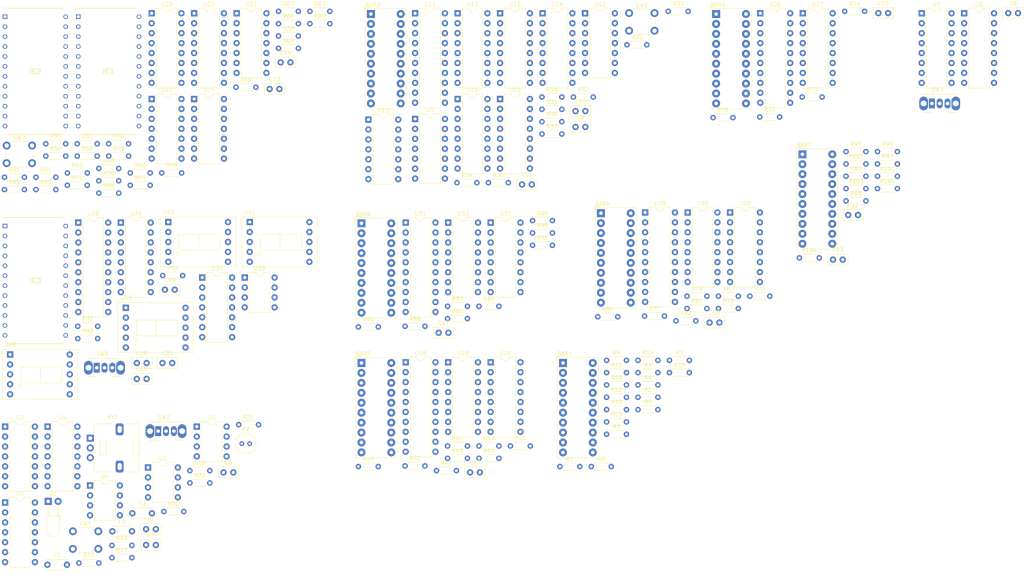
<source format=kicad_pcb>
(kicad_pcb (version 20211014) (generator pcbnew)
  (layers (0 "F.Cu" signal) (31 "B.Cu" signal) (34 "B.Paste" user) (35 "F.Paste" user) (36 "B.SilkS" user "B.Silkscreen") (37 "F.SilkS" user "F.Silkscreen") (38 "B.Mask" user) (39 "F.Mask" user) (44 "Edge.Cuts" user))
  (net 0 "")
  (net 1 "Net-(C1-Pad1)")
  (net 2 "GND")
  (net 3 "Net-(C2-Pad1)")
  (net 4 "Net-(C3-Pad1)")
  (net 5 "Net-(C4-Pad1)")
  (net 6 "Net-(C5-Pad1)")
  (net 7 "VCC")
  (net 8 "Earth")
  (net 9 "Net-(D1-Pad1)")
  (net 10 "/Sheet: A Register/BUS_0")
  (net 11 "/Sheet: A Register/BUS_1")
  (net 12 "/Sheet: ALU/BUS_2")
  (net 13 "/Sheet: A Register/BUS_2")
  (net 14 "/Sheet: A Register/BUS_3")
  (net 15 "/Sheet: A Register/BUS_4")
  (net 17 "Net-(U1-Pad3)")
  (net 18 "Net-(U2-Pad1)")
  (net 19 "Net-(U2-Pad2)")
  (net 20 "/Sheet: Clock/~CLK")
  (net 21 "/Sheet: Clock/HLT")
  (net 22 "Net-(U2-Pad6)")
  (net 23 "Net-(U3-Pad3)")
  (net 24 "Net-(U3-Pad5)")
  (net 25 "Net-(U3-Pad6)")
  (net 26 "Net-(U3-Pad9)")
  (net 28 "/Sheet: A Register/BUS_6")
  (net 29 "/Sheet: A Register/BUS_7")
  (net 30 "Net-(BAR1-Pad13)")
  (net 31 "Net-(BAR1-Pad14)")
  (net 32 "Net-(BAR1-Pad15)")
  (net 33 "Net-(BAR1-Pad16)")
  (net 34 "Net-(BAR1-Pad17)")
  (net 35 "Net-(BAR1-Pad18)")
  (net 36 "Net-(BAR1-Pad19)")
  (net 37 "Net-(BAR1-Pad20)")
  (net 38 "Net-(BAR2-Pad1)")
  (net 39 "Net-(BAR2-Pad2)")
  (net 40 "Net-(BAR2-Pad3)")
  (net 41 "Net-(BAR2-Pad4)")
  (net 42 "Net-(BAR2-Pad5)")
  (net 43 "Net-(BAR2-Pad6)")
  (net 44 "Net-(BAR2-Pad7)")
  (net 45 "Net-(BAR2-Pad8)")
  (net 50 "Net-(BAR2-Pad13)")
  (net 51 "Net-(BAR2-Pad14)")
  (net 52 "Net-(BAR2-Pad15)")
  (net 53 "Net-(BAR2-Pad16)")
  (net 54 "Net-(BAR2-Pad17)")
  (net 55 "Net-(BAR2-Pad18)")
  (net 56 "Net-(BAR2-Pad19)")
  (net 57 "Net-(BAR2-Pad20)")
  (net 58 "/Sheet: Control Logic/IR_5")
  (net 59 "/Sheet: Control Logic/IR_6")
  (net 60 "/Sheet: Control Logic/IR_4")
  (net 65 "Net-(BAR3-Pad13)")
  (net 66 "Net-(BAR3-Pad14)")
  (net 67 "Net-(BAR3-Pad15)")
  (net 68 "Net-(BAR3-Pad16)")
  (net 69 "Net-(BAR3-Pad17)")
  (net 70 "Net-(BAR3-Pad18)")
  (net 71 "Net-(BAR3-Pad19)")
  (net 72 "Net-(BAR3-Pad20)")
  (net 73 "Net-(BAR4-Pad1)")
  (net 74 "Net-(BAR4-Pad2)")
  (net 75 "Net-(BAR4-Pad3)")
  (net 76 "Net-(BAR4-Pad4)")
  (net 77 "Net-(BAR4-Pad17)")
  (net 78 "Net-(BAR4-Pad18)")
  (net 79 "Net-(BAR4-Pad19)")
  (net 80 "Net-(BAR4-Pad20)")
  (net 81 "/Sheet: A Register/A_0")
  (net 82 "/Sheet: A Register/A_1")
  (net 83 "/Sheet: A Register/A_2")
  (net 88 "Net-(BAR5-Pad13)")
  (net 89 "Net-(BAR5-Pad14)")
  (net 90 "Net-(BAR5-Pad15)")
  (net 91 "Net-(BAR5-Pad16)")
  (net 92 "Net-(BAR5-Pad17)")
  (net 93 "Net-(BAR5-Pad18)")
  (net 94 "Net-(BAR5-Pad19)")
  (net 95 "Net-(BAR5-Pad20)")
  (net 96 "/Sheet: ALU/B_0")
  (net 101 "Net-(BAR6-Pad13)")
  (net 102 "Net-(BAR6-Pad14)")
  (net 103 "Net-(BAR6-Pad15)")
  (net 104 "Net-(BAR6-Pad16)")
  (net 105 "Net-(BAR6-Pad17)")
  (net 106 "Net-(BAR6-Pad18)")
  (net 107 "Net-(BAR6-Pad19)")
  (net 108 "Net-(BAR6-Pad20)")
  (net 109 "Net-(BAR7-Pad1)")
  (net 110 "Net-(BAR7-Pad2)")
  (net 111 "Net-(BAR7-Pad3)")
  (net 112 "Net-(BAR7-Pad4)")
  (net 113 "Net-(BAR7-Pad5)")
  (net 114 "Net-(BAR7-Pad6)")
  (net 115 "Net-(BAR7-Pad7)")
  (net 116 "Net-(BAR7-Pad13)")
  (net 117 "Net-(BAR7-Pad14)")
  (net 118 "Net-(BAR7-Pad15)")
  (net 119 "Net-(BAR7-Pad16)")
  (net 120 "Net-(BAR7-Pad17)")
  (net 121 "Net-(BAR7-Pad18)")
  (net 122 "Net-(BAR7-Pad19)")
  (net 123 "Net-(BAR7-Pad20)")
  (net 124 "Net-(C9-Pad1)")
  (net 125 "/Sheet: A Register/CLK")
  (net 126 "Net-(C18-Pad1)")
  (net 127 "Net-(C19-Pad1)")
  (net 128 "Net-(R17-Pad2)")
  (net 129 "Net-(R18-Pad2)")
  (net 130 "Net-(R19-Pad1)")
  (net 131 "Net-(R20-Pad2)")
  (net 132 "Net-(R21-Pad1)")
  (net 133 "Net-(R47-Pad2)")
  (net 134 "Net-(D8-Pad2)")
  (net 135 "Net-(D9-Pad2)")
  (net 136 "Net-(D10-Pad2)")
  (net 137 "Net-(D11-Pad2)")
  (net 138 "Net-(D12-Pad2)")
  (net 139 "Net-(D13-Pad1)")
  (net 140 "Net-(D14-Pad1)")
  (net 141 "Net-(D15-Pad1)")
  (net 142 "Net-(D16-Pad1)")
  (net 143 "Net-(D17-Pad1)")
  (net 144 "Net-(D18-Pad1)")
  (net 145 "Net-(D19-Pad1)")
  (net 146 "Net-(D20-Pad1)")
  (net 147 "Net-(D21-Pad1)")
  (net 148 "Net-(D22-Pad1)")
  (net 149 "Net-(D23-Pad1)")
  (net 150 "Net-(D24-Pad1)")
  (net 151 "Net-(D25-Pad1)")
  (net 152 "Net-(D26-Pad1)")
  (net 153 "Net-(D27-Pad1)")
  (net 154 "Net-(D28-Pad1)")
  (net 155 "Net-(D29-Pad1)")
  (net 156 "Net-(D30-Pad1)")
  (net 157 "Net-(D31-Pad1)")
  (net 158 "Net-(R92-Pad2)")
  (net 159 "Net-(R93-Pad1)")
  (net 160 "Net-(D32-Pad1)")
  (net 161 "Net-(D33-Pad1)")
  (net 162 "/Sheet: Control Logic/~IO")
  (net 163 "/Sheet: Control Logic/~II")
  (net 164 "/Sheet: A Register/CLR")
  (net 165 "/Sheet: A Register/~AO")
  (net 166 "/Sheet: A Register/~AI")
  (net 167 "/Sheet: B Register/~BI")
  (net 168 "Net-(U35-Pad3)")
  (net 170 "Net-(IC3-Pad11)")
  (net 171 "Net-(IC3-Pad13)")
  (net 172 "Net-(U39-Pad7)")
  (net 173 "Net-(IC3-Pad14)")
  (net 174 "Net-(IC3-Pad17)")
  (net 175 "Net-(IC3-Pad15)")
  (net 176 "Net-(IC3-Pad16)")
  (net 177 "Net-(IC3-Pad10)")
  (net 178 "Net-(IC3-Pad9)")
  (net 179 "Net-(U39-Pad6)")
  (net 180 "Net-(U39-Pad5)")
  (net 181 "Net-(U39-Pad4)")
  (net 182 "Net-(D15-Pad2)")
  (net 183 "Net-(D14-Pad2)")
  (net 184 "Net-(D13-Pad2)")
  (net 185 "Net-(D31-Pad2)")
  (net 186 "Net-(D30-Pad2)")
  (net 187 "Net-(D29-Pad2)")
  (net 188 "/Sheet: Control Logic/CE")
  (net 189 "/Sheet: Control Logic/OI")
  (net 190 "Net-(D26-Pad2)")
  (net 191 "/Sheet: ALU/SU")
  (net 192 "Net-(D24-Pad2)")
  (net 193 "/Sheet: ALU/ZF")
  (net 194 "/Sheet: ALU/CF")
  (net 195 "Net-(D23-Pad2)")
  (net 196 "Net-(D22-Pad2)")
  (net 197 "Net-(D21-Pad2)")
  (net 198 "Net-(D20-Pad2)")
  (net 199 "Net-(D19-Pad2)")
  (net 200 "/Sheet: Control Logic/RI")
  (net 201 "Net-(D17-Pad2)")
  (net 202 "Net-(IC3-Pad1)")
  (net 203 "Net-(IC3-Pad2)")
  (net 204 "Net-(IC3-Pad3)")
  (net 205 "Net-(IC3-Pad4)")
  (net 206 "Net-(IC3-Pad5)")
  (net 207 "Net-(IC3-Pad6)")
  (net 208 "Net-(IC3-Pad7)")
  (net 209 "Net-(IC3-Pad8)")
  (net 210 "Net-(IC3-Pad19)")
  (net 211 "Net-(IC3-Pad22)")
  (net 212 "Net-(IC3-Pad23)")
  (net 213 "/Sheet: MAR/PROG")
  (net 214 "Net-(D3-Pad1)")
  (net 215 "Net-(SW5-Pad2)")
  (net 216 "Net-(U7-Pad3)")
  (net 217 "Net-(U7-Pad4)")
  (net 218 "Net-(U7-Pad5)")
  (net 219 "Net-(U7-Pad6)")
  (net 220 "/Sheet: Control Logic/~MI")
  (net 221 "Net-(SW4-Pad5)")
  (net 222 "/Sheet: MAR/A_3")
  (net 223 "Net-(SW4-Pad6)")
  (net 224 "/Sheet: MAR/A_2")
  (net 225 "/Sheet: MAR/A_1")
  (net 226 "Net-(SW4-Pad1)")
  (net 227 "/Sheet: MAR/A_0")
  (net 228 "Net-(U10-Pad13)")
  (net 229 "/Sheet: Control Logic/~CLR")
  (net 230 "Net-(U23-Pad10)")
  (net 231 "Net-(U21-Pad1)")
  (net 238 "Net-(U10-Pad9)")
  (net 242 "/Sheet: Control Logic/~RO")
  (net 243 "Net-(U12-Pad1)")
  (net 244 "Net-(U12-Pad3)")
  (net 245 "Net-(U12-Pad5)")
  (net 246 "Net-(U12-Pad9)")
  (net 247 "Net-(U12-Pad11)")
  (net 248 "Net-(U12-Pad13)")
  (net 249 "Net-(U13-Pad1)")
  (net 250 "Net-(U13-Pad3)")
  (net 251 "Net-(SW6-Pad9)")
  (net 252 "Net-(U14-Pad4)")
  (net 253 "Net-(SW6-Pad10)")
  (net 254 "Net-(U14-Pad7)")
  (net 255 "Net-(U14-Pad9)")
  (net 256 "Net-(SW6-Pad5)")
  (net 257 "Net-(U14-Pad12)")
  (net 258 "Net-(SW6-Pad6)")
  (net 259 "Net-(SW6-Pad13)")
  (net 260 "Net-(U15-Pad4)")
  (net 261 "Net-(SW6-Pad14)")
  (net 262 "Net-(U15-Pad7)")
  (net 263 "Net-(U15-Pad9)")
  (net 264 "Net-(SW6-Pad1)")
  (net 265 "Net-(U15-Pad12)")
  (net 266 "Net-(SW6-Pad2)")
  (net 267 "Net-(U21-Pad3)")
  (net 279 "Net-(D8-Pad1)")
  (net 280 "Net-(D9-Pad1)")
  (net 281 "Net-(D10-Pad1)")
  (net 282 "Net-(D11-Pad1)")
  (net 283 "Net-(D12-Pad1)")
  (net 284 "/Sheet: Control Logic/~CO")
  (net 285 "/Sheet: Control Logic/~J")
  (net 286 "/Sheet: ALU/~FI")
  (net 289 "/Sheet: ALU/~EO")
  (net 299 "/Sheet: Output/CLKL")
  (net 300 "Net-(U34-Pad3)")
  (net 301 "Net-(U34-Pad4)")
  (net 302 "Net-(U34-Pad5)")
  (net 303 "Net-(U34-Pad6)")
  (net 304 "Net-(U34-Pad9)")
  (net 305 "Net-(U34-Pad10)")
  (net 306 "/Sheet: Output/BUS_0")
  (net 307 "/Sheet: Output/BUS_1")
  (net 308 "/Sheet: Output/BUS_2")
  (net 309 "/Sheet: Output/BUS_3")
  (net 310 "/Sheet: Output/BUS_4")
  (net 311 "/Sheet: Output/BUS_5")
  (net 312 "/Sheet: Output/BUS_6")
  (net 313 "/Sheet: Output/BUS_7")
  (footprint "Resistor_THT:R_Axial_DIN0204_L3.6mm_D1.6mm_P5.08mm_Horizontal" (layer "F.Cu") (at 154.785 89.295)
    (fp_text reference "R91")
    (fp_text value "220")
  )
  (footprint "Resistor_THT:R_Axial_DIN0204_L3.6mm_D1.6mm_P5.08mm_Horizontal" (layer "F.Cu") (at 47.395 165.995)
    (fp_text reference "R23")
    (fp_text value "~")
  )
  (footprint "Resistor_THT:R_Axial_DIN0204_L3.6mm_D1.6mm_P5.08mm_Horizontal" (layer "F.Cu") (at 181.725 131.295)
    (fp_text reference "R4")
    (fp_text value "10K")
  )
  (footprint "Capacitor_THT:C_Disc_D5.0mm_W2.5mm_P2.50mm" (layer "F.Cu") (at 53.735 123.445)
    (fp_text reference "C19")
    (fp_text value "0.01uf")
  )
  (footprint "Button_Switch_THT:SW_PUSH_6mm" (layer "F.Cu") (at 37.395 162.395)
    (fp_text reference "SW1")
    (fp_text value "~")
  )
  (footprint "Package_DIP:DIP-16_W7.62mm" (layer "F.Cu") (at 157.345 30.005)
    (fp_text reference "U14")
    (fp_text value "74LS157")
  )
  (footprint "Resistor_THT:R_Axial_DIN0204_L3.6mm_D1.6mm_P5.08mm_Horizontal" (layer "F.Cu") (at 89.915 38.955)
    (fp_text reference "R69")
    (fp_text value "220")
  )
  (footprint "Capacitor_THT:C_Disc_D5.0mm_W2.5mm_P2.50mm" (layer "F.Cu") (at 60.905 100.645)
    (fp_text reference "C20")
    (fp_text value "0.1uf")
  )
  (footprint "Button_Switch_THT:SW_CuK_OS102011MA1QN1_SPDT_Angled" (layer "F.Cu") (at 43.485 120.595)
    (fp_text reference "SW8")
    (fp_text value "SW_SPDT")
  )
  (footprint "Resistor_THT:R_Axial_DIN0204_L3.6mm_D1.6mm_P5.08mm_Horizontal" (layer "F.Cu") (at 161.775 145.855)
    (fp_text reference "R1")
    (fp_text value "10K")
  )
  (footprint "Resistor_THT:R_Axial_DIN0204_L3.6mm_D1.6mm_P5.08mm_Horizontal" (layer "F.Cu") (at 173.695 134.445)
    (fp_text reference "R13")
    (fp_text value "220")
  )
  (footprint "Resistor_THT:R_Axial_DIN0204_L3.6mm_D1.6mm_P5.08mm_Horizontal" (layer "F.Cu") (at 27.975 75.055)
    (fp_text reference "R63")
    (fp_text value "220")
  )
  (footprint "Resistor_THT:R_Axial_DIN0204_L3.6mm_D1.6mm_P5.08mm_Horizontal" (layer "F.Cu") (at 52.065 73.955)
    (fp_text reference "R47")
    (fp_text value "1K")
  )
  (footprint "Resistor_THT:R_Axial_DIN0204_L3.6mm_D1.6mm_P5.08mm_Horizontal" (layer "F.Cu") (at 46.555 63.355)
    (fp_text reference "R70")
    (fp_text value "220")
  )
  (footprint "Resistor_THT:R_Axial_DIN0204_L3.6mm_D1.6mm_P5.08mm_Horizontal" (layer "F.Cu") (at 173.695 124.995)
    (fp_text reference "R16")
    (fp_text value "220")
  )
  (footprint "Resistor_THT:R_Axial_DIN0204_L3.6mm_D1.6mm_P5.08mm_Horizontal" (layer "F.Cu") (at 38.525 63.355)
    (fp_text reference "R53")
    (fp_text value "220")
  )
  (footprint "Package_DIP:DIP-14_W7.62mm" (layer "F.Cu") (at 79.215 30.005)
    (fp_text reference "U21")
    (fp_text value "74LS00")
  )
  (footprint "Package_DIP:DIP-16_W7.62mm" (layer "F.Cu") (at 205.235 80.905)
    (fp_text reference "U29")
    (fp_text value "74LS173")
  )
  (footprint "Capacitor_THT:C_Disc_D5.0mm_W2.5mm_P5.00mm" (layer "F.Cu") (at 47.495 162.395)
    (fp_text reference "C5")
    (fp_text value "~")
  )
  (footprint "Resistor_THT:R_Axial_DIN0204_L3.6mm_D1.6mm_P5.08mm_Horizontal" (layer "F.Cu") (at 36.005 70.805)
    (fp_text reference "R52")
    (fp_text value "220")
  )
  (footprint "Package_DIP:DIP-16_W7.62mm" (layer "F.Cu") (at 254.165 30.005)
    (fp_text reference "U7")
    (fp_text value "74LS173")
  )
  (footprint "Package_DIP:DIP-14_W7.62mm" (layer "F.Cu") (at 124.795 57.005)
    (fp_text reference "U9")
    (fp_text value "74LS00")
  )
  (footprint "Package_DIP:DIP-14_W7.62mm" (layer "F.Cu") (at 20.095 155.045)
    (fp_text reference "U3")
    (fp_text value "~")
  )
  (footprint "Resistor_THT:R_Axial_DIN0204_L3.6mm_D1.6mm_P5.08mm_Horizontal" (layer "F.Cu") (at 36.005 73.955)
    (fp_text reference "R71")
    (fp_text value "220")
  )
  (footprint "Capacitor_THT:C_Disc_D5.0mm_W2.5mm_P2.50mm" (layer "F.Cu") (at 152.105 73.755)
    (fp_text reference "C11")
    (fp_text value "0.1uf")
  )
  (footprint "Capacitor_THT:C_Disc_D5.0mm_W2.5mm_P2.50mm" (layer "F.Cu") (at 199.995 109.055)
    (fp_text reference "C16")
    (fp_text value "0.1uf")
  )
  (footprint "Resistor_THT:R_Axial_DIN0204_L3.6mm_D1.6mm_P5.08mm_Horizontal" (layer "F.Cu") (at 46.555 66.505)
    (fp_text reference "R49")
    (fp_text value "220")
  )
  (footprint "LED_THT:LED_D3.0mm_Horizontal_O3.81mm_Z10.0mm" (layer "F.Cu") (at 31.095 154.745)
    (fp_text reference "D1")
    (fp_text value "~")
  )
  (footprint "Resistor_THT:R_Axial_DIN0204_L3.6mm_D1.6mm_P5.08mm_Horizontal" (layer "F.Cu") (at 110.315 110.155)
    (fp_text reference "R90")
    (fp_text value "220")
  )
  (footprint "Resistor_THT:R_Axial_DIN0204_L3.6mm_D1.6mm_P5.08mm_Horizontal" (layer "F.Cu") (at 97.945 29.505)
    (fp_text reference "R67")
    (fp_text value "220")
  )
  (footprint "Package_DIP:DIP-16_W7.62mm" (layer "F.Cu") (at 144.085 83.495)
    (fp_text reference "U32")
    (fp_text value "74LS173")
  )
  (footprint "Resistor_THT:R_Axial_DIN0204_L3.6mm_D1.6mm_P5.08mm_Horizontal" (layer "F.Cu") (at 242.875 68.505)
    (fp_text reference "R97")
    (fp_text value "220")
  )
  (footprint "Package_DIP:DIP-14_W7.62mm" (layer "F.Cu") (at 68.365 51.905)
    (fp_text reference "U24")
    (fp_text value "74LS04")
  )
  (footprint "Resistor_THT:R_Axial_DIN0204_L3.6mm_D1.6mm_P5.08mm_Horizontal" (layer "F.Cu") (at 19.945 75.055)
    (fp_text reference "R65")
    (fp_text value "220")
  )
  (footprint "Package_DIP:DIP-8_W7.62mm" (layer "F.Cu") (at 56.595 146.095)
    (fp_text reference "U1")
    (fp_text value "~")
  )
  (footprint "Package_DIP:DIP-14_W7.62mm" (layer "F.Cu") (at 30.945 135.645)
    (fp_text reference "U5")
    (fp_text value "~")
  )
  (footprint "Capacitor_THT:C_Disc_D5.0mm_W2.5mm_P2.50mm" (layer "F.Cu") (at 138.845 147.345)
    (fp_text reference "C12")
    (fp_text value "0.1uf")
  )
  (footprint "Resistor_THT:R_Axial_DIN0204_L3.6mm_D1.6mm_P5.08mm_Horizontal" (layer "F.Cu") (at 133.085 140.595)
    (fp_text reference "R46")
    (fp_text value "220")
  )
  (footprint "Potentiometer_THT:Potentiometer_Alps_RK09L_Single_Vertical" (layer "F.Cu") (at 41.845 138.595)
    (fp_text reference "RV1")
    (fp_text value "~")
  )
  (footprint "Display:HDSP-4830" (layer "F.Cu") (at 111.1 83.68)
    (fp_text reference "BAR6")
    (fp_text value "HDSP-4830_2")
  )
  (footprint "Package_DIP:DIP-16_W7.62mm" (layer "F.Cu") (at 135.645 30.005)
    (fp_text reference "U17")
    (fp_text value "74189")
  )
  (footprint "Resistor_THT:R_Axial_DIN0204_L3.6mm_D1.6mm_P5.08mm_Horizontal" (layer "F.Cu") (at 19.945 71.905)
    (fp_text reference "R51")
    (fp_text value "220")
  )
  (footprint "Resistor_THT:R_Axial_DIN0204_L3.6mm_D1.6mm_P5.08mm_Horizontal" (layer "F.Cu") (at 189.755 118.695)
    (fp_text reference "R3")
    (fp_text value "10K")
  )
  (footprint "Display_7Segment:D1X8K" (layer "F.Cu") (at 82.57 83.365)
    (fp_text reference "U41")
    (fp_text value "D168K")
  )
  (footprint "Resistor_THT:R_Axial_DIN0204_L3.6mm_D1.6mm_P5.08mm_Horizontal" (layer "F.Cu") (at 242.875 74.805)
    (fp_text reference "R100")
    (fp_text value "220")
  )
  (footprint "Resistor_THT:R_Axial_DIN0204_L3.6mm_D1.6mm_P5.08mm_Horizontal" (layer "F.Cu") (at 157.195 54.555)
    (fp_text reference "R31")
    (fp_text value "220")
  )
  (footprint "Capacitor_THT:C_Disc_D5.0mm_W2.5mm_P2.50mm" (layer "F.Cu") (at 165.775 55.005)
    (fp_text reference "C10")
    (fp_text value "0.1uf")
  )
  (footprint "Resistor_THT:R_Axial_DIN0204_L3.6mm_D1.6mm_P5.08mm_Horizontal" (layer "F.Cu") (at 234.845 68.505)
    (fp_text reference "R102")
    (fp_text value "220")
  )
  (footprint "Package_DIP:DIP-14_W7.62mm" (layer "F.Cu") (at 112.875 57.165)
    (fp_text reference "U13")
    (fp_text value "74LS04")
  )
  (footprint "Resistor_THT:R_Axial_DIN0204_L3.6mm_D1.6mm_P5.08mm_Horizontal" (layer "F.Cu") (at 130.265 146.895)
    (fp_text reference "R41")
    (fp_text value "220")
  )
  (footprint "Resistor_THT:R_Axial_DIN0204_L3.6mm_D1.6mm_P5.08mm_Horizontal" (layer "F.Cu") (at 157.195 51.405)
    (fp_text reference "R38")
    (fp_text value "220")
  )
  (footprint "Resistor_THT:R_Axial_DIN0204_L3.6mm_D1.6mm_P5.08mm_Horizontal" (layer "F.Cu") (at 149.145 140.595)
    (fp_text reference "R40")
    (fp_text value "220")
  )
  (footprint "Resistor_THT:R_Axial_DIN0204_L3.6mm_D1.6mm_P5.08mm_Horizontal" (layer "F.Cu") (at 52.065 70.805)
    (fp_text reference "R50")
    (fp_text value "220")
  )
  (footprint "Resistor_THT:R_Axial_DIN0204_L3.6mm_D1.6mm_P5.08mm_Horizontal" (layer "F.Cu") (at 189.445 29.505)
    (fp_text reference "R33")
    (fp_text value "220")
  )
  (footprint "Resistor_THT:R_Axial_DIN0204_L3.6mm_D1.6mm_P5.08mm_Horizontal" (layer "F.Cu") (at 38.655 109.995)
    (fp_text reference "R92")
    (fp_text value "10K")
  )
  (footprint "Package_DIP:DIP-20_W7.62mm" (layer "F.Cu") (at 122.385 119.195)
    (fp_text reference "U18")
    (fp_text value "74LS245")
  )
  (footprint "Resistor_THT:R_Axial_DIN0204_L3.6mm_D1.6mm_P5.08mm_Horizontal" (layer "F.Cu") (at 60.095 70.805)
    (fp_text reference "R48")
    (fp_text value "220")
  )
  (footprint "Resistor_THT:R_Axial_DIN0204_L3.6mm_D1.6mm_P5.08mm_Horizontal" (layer "F.Cu") (at 194.235 102.305)
    (fp_text reference "R79")
    (fp_text value "220")
  )
  (footprint "Package_DIP:DIP-20_W7.62mm" (layer "F.Cu") (at 183.535 80.905)
    (fp_text reference "U28")
    (fp_text value "74LS245")
  )
  (footprint "Resistor_THT:R_Axial_DIN0204_L3.6mm_D1.6mm_P5.08mm_Horizontal" (layer "F.Cu") (at 234.845 77.955)
    (fp_text reference "R98")
    (fp_text value "220")
  )
  (footprint "Capacitor_THT:C_Disc_D5.0mm_W2.5mm_P2.50mm" (layer "F.Cu") (at 235.395 81.555)
    (fp_text reference "C22")
    (fp_text value "0.1uf")
  )
  (footprint "Resistor_THT:R_Axial_DIN0204_L3.6mm_D1.6mm_P5.08mm_Horizontal" (layer "F.Cu") (at 173.695 137.595)
    (fp_text reference "R7")
    (fp_text value "10K")
  )
  (footprint "Package_DIP:DIP-20_W7.62mm" (layer "F.Cu") (at 122.385 83.495)
    (fp_text reference "U31")
    (fp_text value "74LS245")
  )
  (footprint "Capacitor_THT:C_Disc_D5.0mm_W2.5mm_P2.50mm" (layer "F.Cu") (at 231.505 92.965)
    (fp_text reference "C23")
    (fp_text value "0.1uf")
  )
  (footprint "Package_DIP:DIP-16_W7.62mm" (layer "F.Cu") (at 57.515 30.005)
    (fp_text reference "U23")
    (fp_text value "74LS138")
  )
  (footprint "Capacitor_THT:C_Disc_D5.0mm_W2.5mm_P2.50mm" (layer "F.Cu") (at 75.875 147.345)
    (fp_text reference "C6")
    (fp_text value "~")
  )
  (footprint "Resistor_THT:R_Axial_DIN0204_L3.6mm_D1.6mm_P5.08mm_Horizontal" (layer "F.Cu") (at 234.505 29.505)
    (fp_text reference "R74")
    (fp_text value "220")
  )
  (footprint "Resistor_THT:R_Axial_DIN0204_L3.6mm_D1.6mm_P5.08mm_Horizontal" (layer "F.Cu") (at 157.195 60.855)
    (fp_text reference "R37")
    (fp_text value "220")
  )
  (footprint "Resistor_THT:R_Axial_DIN0204_L3.6mm_D1.6mm_P5.08mm_Horizontal" (layer "F.Cu") (at 122.235 145.695)
    (fp_text reference "R42")
    (fp_text value "220")
  )
  (footprint "Resistor_THT:R_Axial_DIN0204_L3.6mm_D1.6mm_P5.08mm_Horizontal" (layer "F.Cu") (at 157.195 57.705)
    (fp_text reference "R30")
    (fp_text value "1K")
  )
  (footprint "Package_DIP:DIP-16_W7.62mm" (layer "F.Cu") (at 135.645 51.905)
    (fp_text reference "U16")
    (fp_text value "74189")
  )
  (footprint "Resistor_THT:R_Axial_DIN0204_L3.6mm_D1.6mm_P5.08mm_Horizontal" (layer "F.Cu") (at 181.725 121.845)
    (fp_text reference "R5")
    (fp_text value "10K")
  )
  (footprint "Package_DIP:DIP-16_W7.62mm" (layer "F.Cu") (at 194.385 80.905)
    (fp_text reference "U30")
    (fp_text value "74LS173")
  )
  (footprint "Display:HDSP-4830" (layer "F.Cu") (at 111.1 119.38)
    (fp_text reference "BAR3")
    (fp_text value "HDSP-4830_2")
  )
  (footprint "Resistor_THT:R_Axial_DIN0204_L3.6mm_D1.6mm_P5.08mm_Horizontal" (layer "F.Cu") (at 165.225 51.405)
    (fp_text reference "R32")
    (fp_text value "220")
  )
  (footprint "Resistor_THT:R_Axial_DIN0204_L3.6mm_D1.6mm_P5.08mm_Horizontal" (layer "F.Cu") (at 181.725 128.145)
    (fp_text reference "R2")
    (fp_text value "10K")
  )
  (footprint "SamacSys_Parts:DIP1550W56P254L3190H559Q24N" (layer "F.Cu") (at 46.535 44.855)
    (fp_text reference "IC1")
    (fp_text value "AT28C16-15PI" hide)
  )
  (footprint "Package_DIP:DIP-16_W7.62mm" (layer "F.Cu") (at 49.655 83.495)
    (fp_text reference "U39")
    (fp_text value "74LS139")
  )
  (footprint "SamacSys_Parts:DIP1550W56P254L3190H559Q24N" (layer "F.Cu") (at 27.825 98.345)
    (fp_text reference "IC3")
    (fp_text value "AT28C16-15PI" hide)
  )
  (footprint "Resistor_THT:R_Axial_DIN0204_L3.6mm_D1.6mm_P5.08mm_Horizontal" (layer "F.Cu") (at 181.725 124.995)
    (fp_text reference "R6")
    (fp_text value "10K")
  )
  (footprint "Resistor_THT:R_Axial_DIN0204_L3.6mm_D1.6mm_P5.08mm_Horizontal" (layer "F.Cu") (at 89.915 29.505)
    (fp_text reference "R57")
    (fp_text value "220")
  )
  (footprint "Package_DIP:DIP-16_W7.62mm" (layer "F.Cu") (at 133.235 83.495)
    (fp_text reference "U33")
    (fp_text value "74LS173")
  )
  (footprint "Resistor_THT:R_Axial_DIN0204_L3.6mm_D1.6mm_P5.08mm_Horizontal" (layer "F.Cu") (at 173.695 131.295)
    (fp_text reference "R10")
    (fp_text value "220")
  )
  (footprint "Resistor_THT:R_Axial_DIN0204_L3.6mm_D1.6mm_P5.08mm_Horizontal" (layer "F.Cu") (at 60.645 157.345)
    (fp_text reference "R20")
    (fp_text value "~")
  )
  (footprint "Resistor_THT:R_Axial_DIN0204_L3.6mm_D1.6mm_P5.08mm_Horizontal" (layer "F.Cu") (at 234.845 71.655)
    (fp_text reference "R96")
    (fp_text value "220")
  )
  (footprint "Package_DIP:DIP-16_W7.62mm" (layer "F.Cu") (at 146.495 30.005)
    (fp_text reference "U10")
    (fp_text value "74LS157")
  )
  (footprint "Capacitor_THT:C_Disc_D5.0mm_W2.5mm_P2.50mm" (layer "F.Cu") (at 53.735 119.395)
    (fp_text reference "C18")
    (fp_text value "0.01uf")
  )
  (footprint "Capacitor_THT:C_Disc_D5.0mm_W2.5mm_P2.50mm" (layer "F.Cu") (at 90.465 42.555)
    (fp_text reference "C14")
    (fp_text value "0.1uf")
  )
  (footprint "Resistor_THT:R_Axial_DIN0204_L3.6mm_D1.6mm_P5.08mm_Horizontal" (layer "F.Cu") (at 194.235 105.455)
    (fp_text reference "R81")
    (fp_text value "220")
  )
  (footprint "Resistor_THT:R_Axial_DIN0204_L3.6mm_D1.6mm_P5.08mm_Horizontal" (layer "F.Cu") (at 44.035 69.655)
    (fp_text reference "R68")
    (fp_text value "220")
  )
  (footprint "Package_DIP:DIP-16_W7.62mm" (layer "F.Cu") (at 265.015 30.005)
    (fp_text reference "U8")
    (fp_text value "74LS157")
  )
  (footprint "Capacitor_THT:C_Disc_D5.0mm_W2.5mm_P5.00mm" (layer "F.Cu") (at 30.895 170.945)
    (fp_text reference "C1")
    (fp_text value "~")
  )
  (footprint "Resistor_THT:R_Axial_DIN0204_L3.6mm_D1.6mm_P5.08mm_Horizontal" (layer "F.Cu") (at 200.885 56.665)
    (fp_text reference "R75")
    (fp_text value "220")
  )
  (footprint "Resistor_THT:R_Axial_DIN0204_L3.6mm_D1.6mm_P5.08mm_Horizontal" (layer "F.Cu") (at 110.315 145.855)
    (fp_text reference "R45")
    (fp_text value "220")
  )
  (footprint "Resistor_THT:R_Axial_DIN0204_L3.6mm_D1.6mm_P5.08mm_Horizontal" (layer "F.Cu") (at 212.805 56.505)
    (fp_text reference "R72")
    (fp_text value "220")
  )
  (footprint "Resistor_THT:R_Axial_DIN0204_L3.6mm_D1.6mm_P5.08mm_Horizontal" (layer "F.Cu") (at 97.945 32.655)
    (fp_text reference "R60")
    (fp_text value "220")
  )
  (footprint "Resistor_THT:R_Axial_DIN0204_L3.6mm_D1.6mm_P5.08mm_Horizontal" (layer "F.Cu") (at 133.085 104.895)
    (fp_text reference "R87")
    (fp_text value "220")
  )
  (footprint "Resistor_THT:R_Axial_DIN0204_L3.6mm_D1.6mm_P5.08mm_Horizontal" (layer "F.Cu") (at 38.525 66.505)
    (fp_text reference "R62")
    (fp_text value "220")
  )
  (footprint "Capacitor_THT:C_Disc_D5.0mm_W2.5mm_P5.00mm" (layer "F.Cu") (at 52.595 157.795)
    (fp_text reference "C3")
    (fp_text value "~")
  )
  (footprint "Resistor_THT:R_Axial_DIN0204_L3.6mm_D1.6mm_P5.08mm_Horizontal" (layer "F.Cu") (at 169.805 145.855)
    (fp_text reference "R8")
    (fp_text value "10K")
  )
  (footprint "Resistor_THT:R_Axial_DIN0204_L3.6mm_D1.6mm_P5.08mm_Horizontal" (layer "F.Cu") (at 173.695 118.695)
    (fp_text reference "R9")
    (fp_text value "220")
  )
  (footprint "Resistor_THT:R_Axial_DIN0204_L3.6mm_D1.6mm_P5.08mm_Horizontal" (layer "F.Cu") (at 210.295 102.305)
    (fp_text reference "R76")
    (fp_text value "220")
  )
  (footprint "Display:HDSP-4830" (layer "F.Cu") (at 113.51 30.19)
    (fp_text reference "BAR2")
    (fp_text value "HDSP-4830_2")
  )
  (footprint "Resistor_THT:R_Axial_DIN0204_L3.6mm_D1.6mm_P5.08mm_Horizontal" (layer "F.Cu") (at 189.755 121.845)
    (fp_text reference "R15")
    (fp_text value "220")
  )
  (footprint "Display_7Segment:D1X8K" (layer "F.Cu") (at 61.78 83.365)
    (fp_text reference "U42")
    (fp_text value "D168K")
  )
  (footprint "Resistor_THT:R_Axial_DIN0204_L3.6mm_D1.6mm_P5.08mm_Horizontal" (layer "F.Cu") (at 173.695 128.145)
    (fp_text reference "R12")
    (fp_text value "220")
  )
  (footprint "Capacitor_THT:C_Radial_D5.0mm_H5.0mm_P2.00mm" (layer "F.Cu") (at 80.545 139.995)
    (fp_text reference "C2")
    (fp_text value "~")
  )
  (footprint "Resistor_THT:R_Axial_DIN0204_L3.6mm_D1.6mm_P5.08mm_Horizontal" (layer "F.Cu") (at 202.265 105.455)
    (fp_text reference "R78")
    (fp_text value "220")
  )
  (footprint "Resistor_THT:R_Axial_DIN0204_L3.6mm_D1.6mm_P5.08mm_Horizontal" (layer "F.Cu") (at 173.695 121.845)
    (fp_text reference "R11")
    (fp_text value "220")
  )
  (footprint "Package_DIP:DIP-16_W7.62mm" (layer "F.Cu") (at 144.085 119.195)
    (fp_text reference "U20")
    (fp_text value "74LS173")
  )
  (footprint "Resistor_THT:R_Axial_DIN0204_L3.6mm_D1.6mm_P5.08mm_Horizontal" (layer "F.Cu") (at 27.975 71.905)
    (fp_text reference "R61")
    (fp_text value "220")
  )
  (footprint "Resistor_THT:R_Axial_DIN0204_L3.6mm_D1.6mm_P5.08mm_Horizontal" (layer "F.Cu") (at 242.875 71.655)
    (fp_text reference "R101")
    (fp_text value "220")
  )
  (footprint "Package_DIP:DIP-8_W7.62mm" (layer "F.Cu") (at 81.295 97.545)
    (fp_text reference "U35")
    (fp_text value "LM555xN")
  )
  (footprint "Package_DIP:DIP-16_W7.62mm" (layer "F.Cu") (at 223.805 30.005)
    (fp_text reference "U27")
    (fp_text value "74LS161")
  )
  (footprint "Resistor_THT:R_Axial_DIN0204_L3.6mm_D1.6mm_P5.08mm_Horizontal" (layer "F.Cu") (at 60.355 97.045)
    (fp_text reference "R94")
    (fp_text value "1K")
  )
  (footprint "Resistor_THT:R_Axial_DIN0204_L3.6mm_D1.6mm_P5.08mm_Horizontal" (layer "F.Cu") (at 154.785 86.145)
    (fp_text reference "R89")
    (fp_text value "220")
  )
  (footprint "Package_DIP:DIP-16_W7.62mm" (layer "F.Cu") (at 133.235 119.195)
    (fp_text reference "U19")
    (fp_text value "74LS173")
  )
  (footprint "SamacSys_Parts:DIP1550W56P254L3190H559Q24N" (layer "F.Cu") (at 27.825 44.855)
    (fp_text reference "IC2")
    (fp_text value "AT28C16-15PI" hide)
  )
  (footprint "Resistor_THT:R_Axial_DIN0204_L3.6mm_D1.6mm_P5.08mm_Horizontal" (layer "F.Cu") (at 178.895 38.055)
    (fp_text reference "R35")
    (fp_text value "220")
  )
  (footprint "Resistor_THT:R_Axial_DIN0204_L3.6mm_D1.6mm_P5.08mm_Horizontal" (layer "F.Cu") (at 171.465 107.565)
    (fp_text reference "R80")
    (fp_text value "220")
  )
  (footprint "Capacitor_THT:C_Disc_D5.0mm_W2.5mm_P2.50mm" (layer "F.Cu") (at 87.645 49.355)
    (fp_text reference "C13")
    (fp_text value "0.1uf")
  )
  (footprint "Resistor_THT:R_Axial_DIN0204_L3.6mm_D1.6mm_P5.08mm_Horizontal" (layer "F.Cu") (at 44.035 72.805)
    (fp_text reference "R56")
    (fp_text value "220")
  )
  (footprint "Resistor_THT:R_Axial_DIN0204_L3.6mm_D1.6mm_P5.08mm_Horizontal" (layer "F.Cu") (at 30.495 66.505)
    (fp_text reference "R54")
    (fp_text value "220")
  )
  (footprint "Button_Switch_THT:SW_CuK_OS102011MA1QN1_SPDT_Angled" (layer "F.Cu") (at 256.765 53.055)
    (fp_text reference "SW3")
    (fp_text value "SW_SPDT")
  )
  (footprint "Capacitor_THT:C_Disc_D5.0mm_W2.5mm_P2.50mm" (layer "F.Cu") (at 60.285 119.395)
    (fp_text reference "C21")
    (fp_text value "0.1uf")
  )
  (footprint "Display:HDSP-4830" (layer "F.Cu") (at 201.67 30.19)
    (fp_text reference "BAR4")
    (fp_text value "HDSP-4830_2")
  )
  (footprint "Resistor_THT:R_Axial_DIN0204_L3.6mm_D1.6mm_P5.08mm_Horizontal" (layer "F.Cu") (at 141.115 143.745)
    (fp_text reference "R44")
    (fp_text value "220")
  )
  (footprint "Capacitor_THT:C_Disc_D5.0mm_W2.5mm_P2.50mm" (layer "F.Cu") (at 276.265 29.955)
    (fp_text reference "C8")
    (fp_text value "0.1uf")
  )
  (footprint "Package_DIP:DIP-8_W7.62mm" (layer "F.Cu") (at 69.045 135.645)
    (fp_text reference "U6")
    (fp_text value "~")
  )
  (footprint "Resistor_THT:R_Axial_DIN0204_L3.6mm_D1.6mm_P5.08mm_Horizontal" (layer "F.Cu") (at 38.655 113.145)
    (fp_text reference "R93")
    (fp_text value "100K")
  )
  (footprint "Package_DIP:DIP-8_W7.62mm" (layer "F.Cu") (at 41.795 150.695)
    (fp_text reference "U4")
    (fp_text value "~")
  )
  (footprint "Resistor_THT:R_Axial_DIN0204_L3.6mm_D1.6mm_P5.08mm_Horizontal" (layer "F.Cu") (at 133.085 143.745)
    (fp_text reference "R43")
    (fp_text value "220")
  )
  (footprint "Display_7Segment:D1X8K" (layer "F.Cu") (at 21.37 117.215)
    (fp_text reference "U40")
    (fp_text value "D168K")
  )
  (footprint "Resistor_THT:R_Axial_DIN0204_L3.6mm_D1.6mm_P5.08mm_Horizontal" (layer "F.Cu") (at 89.915 32.655)
    (fp_text reference "R64")
    (fp_text value "220")
  )
  (footprint "Package_DIP:DIP-20_W7.62mm" (layer "F.Cu") (at 212.955 30.005)
    (fp_text reference "U26")
    (fp_text value "74LS245")
  )
  (footprint "Package_DIP:DIP-20_W7.62mm" (layer "F.Cu") (at 124.795 30.005)
    (fp_text reference "U11")
    (fp_text value "74LS245")
  )
  (footprint "Button_Switch_THT:SW_PUSH_6mm" (layer "F.Cu") (at 20.495 63.805)
    (fp_text reference "SW7")
    (fp_text value "SW_Push")
  )
  (footprint "Display:HDSP-4830" (layer "F.Cu") (at 172.25 81.09)
    (fp_text reference "BAR5")
    (fp_text value "HDSP-4830_2")
  )
  (footprint "Resistor_THT:R_Axial_DIN0204_L3.6mm_D1.6mm_P5.08mm_Horizontal" (layer "F.Cu") (at 143.525 73.305)
    (fp_text reference "R36")
    (fp_text value "220")
  )
  (footprint "Display:HDSP-4830" (layer "F.Cu") (at 162.56 119.38)
    (fp_text reference "BAR1")
    (fp_text value "HDSP-4830_2")
  )
  (footprint "Resistor_THT:R_Axial_DIN0204_L3.6mm_D1.6mm_P5.08mm_Horizontal" (layer "F.Cu") (at 30.495 63.355)
    (fp_text reference "R55")
    (fp_text value "220")
  )
  (footprint "Resistor_THT:R_Axial_DIN0204_L3.6mm_D1.6mm_P5.08mm_Horizontal" (layer "F.Cu") (at 154.785 82.995)
    (fp_text reference "R86")
    (fp_text value "220")
  )
  (footprint "Capacitor_THT:C_Disc_D5.0mm_W2.5mm_P2.50mm" (layer "F.Cu") (at 165.775 59.055)
    (fp_text reference "C9")
    (fp_text value "0.01uf")
  )
  (footprint "Display_7Segment:D1X8K" (layer "F.Cu") (at 50.93 105.265)
    (fp_text reference "U43")
    (fp_text value "D168K")
  )
  (footprint "Resistor_THT:R_Axial_DIN0204_L3.6mm_D1.6mm_P5.08mm_Horizontal" (layer "F.Cu") (at 181.725 118.695)
    (fp_text reference "R14")
    (fp_text value "220")
  )
  (footprint "Package_DIP:DIP-16_W7.62mm" (layer "F.Cu") (at 68.365 30.005)
    (fp_text reference "U22")
    (fp_text value "74LS161")
  )
  (footprint "Resistor_THT:R_Axial_DIN0204_L3.6mm_D1.6mm_P5.08mm_Horizontal" (layer "F.Cu") (at 141.115 140.595)
    (fp_text reference "R39")
    (fp_text value "220")
  )
  (footprint "Resistor_THT:R_Axial_DIN0204_L3.6mm_D1.6mm_P5.08mm_Horizontal" (layer "F.Cu") (at 222.925 92.515)
    (fp_text reference "R104")
    (fp_text value "220")
  )
  (footprint "Package_DIP:DIP-14_W7.62mm" (layer "F.Cu") (at 168.195 30.005)
    (fp_text reference "U12")
    (fp_text value "74LS04")
  )
  (footprint "Resistor_THT:R_Axial_DIN0204_L3.6mm_D1.6mm_P5.08mm_Horizontal" (layer "F.Cu") (at 67.295 146.895)
    (fp_text reference "R18")
    (fp_text value "~")
  )
  (footprint "Package_DIP:DIP-20_W7.62mm" (layer "F.Cu") (at 38.805 83.495)
    (fp_text reference "U36")
    (fp_text value "74LS273")
  )
  (footprint "Resistor_THT:R_Axial_DIN0204_L3.6mm_D1.6mm_P5.08mm_Horizontal" (layer "F.Cu") (at 234.845 65.355)
    (fp_text reference "R95")
    (fp_text value "220")
  )
  (footprint "Resistor_THT:R_Axial_DIN0204_L3.6mm_D1.6mm_P5.08mm_Horizontal" (layer "F.Cu") (at 202.265 102.305)
    (fp_text reference "R83")
    (fp_text value "220")
  )
  (footprint "Display:HDSP-4830" (layer "F.Cu") (at 223.71 66.04)
    (fp_text reference "BAR7")
    (fp_text value "HDSP-4830_2")
  )
  (footprint "Resistor_THT:R_Axial_DIN0204_L3.6mm_D1.6mm_P5.08mm_Horizontal" (layer "F.Cu") (at 89.915 35.805)
    (fp_text reference "R58")
    (fp_text value "220")
  )
  (footprint "Capacitor_THT:C_Disc_D5.0mm_W2.5mm_P2.50mm" (layer "F.Cu") (at 243.085 29.955)
    (fp_text reference "C15")
    (fp_text value "0.1uf")
  )
  (footprint "Capacitor_THT:C_Disc_D5.0mm_W2.5mm_P2.50mm" (layer "F.Cu") (at 130.815 111.645)
    (fp_text reference "C17")
    (fp_text value "0.1uf")
  )
  (footprint "Package_DIP:DIP-14_W7.62mm" (layer "F.Cu") (at 57.515 51.905)
    (fp_text reference "U25")
    (fp_text value "74LS04")
  )
  (footprint "Resistor_THT:R_Axial_DIN0204_L3.6mm_D1.6mm_P5.08mm_Horizontal" (layer "F.Cu") (at 122.235 109.995)
    (fp_text reference "R88")
    (fp_text value "220")
  )
  (footprint "Button_Switch_THT:SW_PUSH_6mm" (layer "F.Cu") (at 179.445 29.955)
    (fp_text reference "SW5")
    (fp_text value "SW_Push")
  )
  (footprint "Resistor_THT:R_Axial_DIN0204_L3.6mm_D1.6mm_P5.08mm_Horizontal" (layer "F.Cu") (at 79.065 48.905)
    (fp_text reference "R59")
    (fp_text value "220")
  )
  (footprint "Resistor_THT:R_Axial_DIN0204_L3.6mm_D1.6mm_P5.08mm_Horizontal" (layer "F.Cu") (at 234.845 74.805)
    (fp_text reference "R103")
    (fp_text value "220")
  )
  (footprint "Capacitor_THT:C_Disc_D5.0mm_W2.5mm_P2.50mm" (layer "F.Cu") (at 56.095 165.895)
    (fp_text reference "C7")
    (fp_text value "~")
  )
  (footprint "Capacitor_THT:C_Disc_D5.0mm_W2.5mm_P2.50mm" (layer "F.Cu") (at 56.095 161.845)
    (fp_text reference "C4")
    (fp_text value "~")
  )
  (footprint "Package_DIP:DIP-14_W7.62mm" (layer "F.Cu") (at 70.445 97.545)
    (fp_text reference "U34")
    (fp_text value "74LS08")
  )
  (footprint "Resistor_THT:R_Axial_DIN0204_L3.6mm_D1.6mm_P5.08mm_Horizontal" (layer "F.Cu") (at 183.385 107.405)
    (fp_text reference "R77")
    (fp_text value "220")
  )
  (footprint "Resistor_THT:R_Axial_DIN0204_L3.6mm_D1.6mm_P5.08mm_Horizontal" (layer "F.Cu") (at 135.495 73.305)
    (fp_text reference "R34")
    (fp_text value "220")
  )
  (footprint "Package_DIP:DIP-14_W7.62mm" (layer "F.Cu") (at 20.095 135.645)
    (fp_text reference "U2")
    (fp_text value "~")
  )
  (footprint "Resistor_THT:R_Axial_DIN0204_L3.6mm_D1.6mm_P5.08mm_Horizontal" (layer "F.Cu") (at 67.295 150.045)
    (fp_text reference "R22")
    (fp_text value "~")
  )
  (footprint "Resistor_THT:R_Axial_DIN0204_L3.6mm_D1.6mm_P5.08mm_Horizontal" (layer "F.Cu") (at 242.875 65.355)
    (fp_text reference "R99")
    (fp_text value "220")
  )
  (footprint "Package_DIP:DIP-16_W7.62mm" (layer "F.Cu") (at 146.495 51.905)
    (fp_text reference "U15")
    (fp_text value "74LS157")
  )
  (footprint "Resistor_THT:R_Axial_DIN0204_L3.6mm_D1.6mm_P5.08mm_Horizontal" (layer "F.Cu") (at 47.395 169.145)
    (fp_text reference "R17")
    (fp_text value "~")
  )
  (footprint "Resistor_THT:R_Axial_DIN0204_L3.6mm_D1.6mm_P5.08mm_Horizontal" (layer "F.Cu") (at 38.945 170.495)
    (fp_text reference "R19")
    (fp_text value "~")
  )
  (footprint "Button_Switch_THT:SW_CuK_OS102011MA1QN1_SPDT_Angled" (layer "F.Cu") (at 59.195 136.795)
    (fp_text reference "SW2")
    (fp_text value "~")
  )
  (footprint "Resistor_THT:R_Axial_DIN0204_L3.6mm_D1.6mm_P5.08mm_Horizontal" (layer "F.Cu") (at 141.115 104.895)
    (fp_text reference "R85")
    (fp_text value "220")
  )
  (footprint "Resistor_THT:R_Axial_DIN0204_L3.6mm_D1.6mm_P5.08mm_Horizontal" (layer "F.Cu") (at 191.415 108.605)
    (fp_text reference "R82")
    (fp_text value "220")
  )
  (footprint "Resistor_THT:R_Axial_DIN0204_L3.6mm_D1.6mm_P5.08mm_Horizontal" (layer "F.Cu") (at 44.035 75.955)
    (fp_text reference "R66")
    (fp_text value "220")
  )
  (footprint "Resistor_THT:R_Axial_DIN0204_L3.6mm_D1.6mm_P5.08mm_Horizontal" (layer "F.Cu") (at 79.745 135.145)
    (fp_text reference "R21")
    (fp_text value "~")
  )
  (footprint "Resistor_THT:R_Axial_DIN0204_L3.6mm_D1.6mm_P5.08mm_Horizontal" (layer "F.Cu") (at 223.655 51.405)
    (fp_text reference "R73")
    (fp_text value "220")
  )
  (footprint "Resistor_THT:R_Axial_DIN0204_L3.6mm_D1.6mm_P5.08mm_Horizontal" (layer "F.Cu") (at 133.085 108.045)
    (fp_text reference "R84")
    (fp_text value "220")
  )
)
</source>
